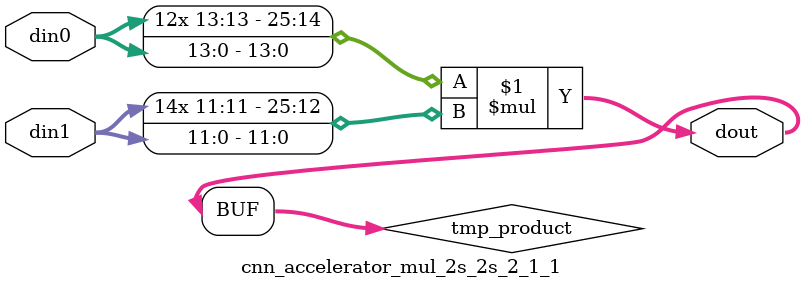
<source format=v>

`timescale 1 ns / 1 ps

 module cnn_accelerator_mul_2s_2s_2_1_1(din0, din1, dout);
parameter ID = 1;
parameter NUM_STAGE = 0;
parameter din0_WIDTH = 14;
parameter din1_WIDTH = 12;
parameter dout_WIDTH = 26;

input [din0_WIDTH - 1 : 0] din0; 
input [din1_WIDTH - 1 : 0] din1; 
output [dout_WIDTH - 1 : 0] dout;

wire signed [dout_WIDTH - 1 : 0] tmp_product;



























assign tmp_product = $signed(din0) * $signed(din1);








assign dout = tmp_product;





















endmodule

</source>
